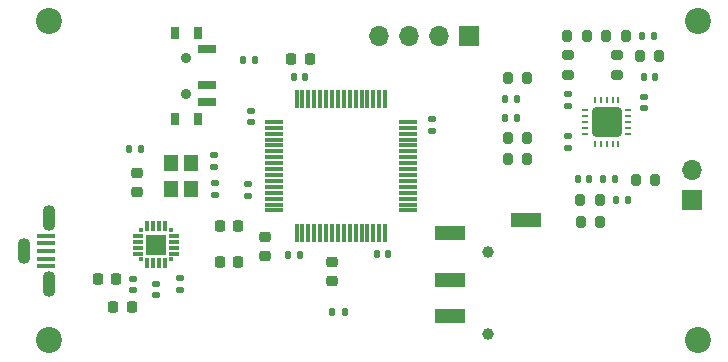
<source format=gbr>
%TF.GenerationSoftware,KiCad,Pcbnew,(6.0.9)*%
%TF.CreationDate,2023-07-19T12:20:02-07:00*%
%TF.ProjectId,pcb,7063622e-6b69-4636-9164-5f7063625858,0.1*%
%TF.SameCoordinates,Original*%
%TF.FileFunction,Soldermask,Top*%
%TF.FilePolarity,Negative*%
%FSLAX46Y46*%
G04 Gerber Fmt 4.6, Leading zero omitted, Abs format (unit mm)*
G04 Created by KiCad (PCBNEW (6.0.9)) date 2023-07-19 12:20:02*
%MOMM*%
%LPD*%
G01*
G04 APERTURE LIST*
G04 Aperture macros list*
%AMRoundRect*
0 Rectangle with rounded corners*
0 $1 Rounding radius*
0 $2 $3 $4 $5 $6 $7 $8 $9 X,Y pos of 4 corners*
0 Add a 4 corners polygon primitive as box body*
4,1,4,$2,$3,$4,$5,$6,$7,$8,$9,$2,$3,0*
0 Add four circle primitives for the rounded corners*
1,1,$1+$1,$2,$3*
1,1,$1+$1,$4,$5*
1,1,$1+$1,$6,$7*
1,1,$1+$1,$8,$9*
0 Add four rect primitives between the rounded corners*
20,1,$1+$1,$2,$3,$4,$5,0*
20,1,$1+$1,$4,$5,$6,$7,0*
20,1,$1+$1,$6,$7,$8,$9,0*
20,1,$1+$1,$8,$9,$2,$3,0*%
G04 Aperture macros list end*
%ADD10RoundRect,0.140000X-0.170000X0.140000X-0.170000X-0.140000X0.170000X-0.140000X0.170000X0.140000X0*%
%ADD11R,0.500000X0.250000*%
%ADD12R,0.250000X0.500000*%
%ADD13RoundRect,0.325000X-0.925000X-0.925000X0.925000X-0.925000X0.925000X0.925000X-0.925000X0.925000X0*%
%ADD14RoundRect,0.200000X-0.200000X-0.275000X0.200000X-0.275000X0.200000X0.275000X-0.200000X0.275000X0*%
%ADD15RoundRect,0.218750X-0.256250X0.218750X-0.256250X-0.218750X0.256250X-0.218750X0.256250X0.218750X0*%
%ADD16R,1.500000X0.450000*%
%ADD17O,1.100000X2.200000*%
%ADD18C,2.200000*%
%ADD19RoundRect,0.140000X-0.140000X-0.170000X0.140000X-0.170000X0.140000X0.170000X-0.140000X0.170000X0*%
%ADD20RoundRect,0.200000X0.200000X0.275000X-0.200000X0.275000X-0.200000X-0.275000X0.200000X-0.275000X0*%
%ADD21RoundRect,0.218750X0.256250X-0.218750X0.256250X0.218750X-0.256250X0.218750X-0.256250X-0.218750X0*%
%ADD22RoundRect,0.225000X0.225000X0.250000X-0.225000X0.250000X-0.225000X-0.250000X0.225000X-0.250000X0*%
%ADD23RoundRect,0.200000X0.275000X-0.200000X0.275000X0.200000X-0.275000X0.200000X-0.275000X-0.200000X0*%
%ADD24RoundRect,0.140000X0.140000X0.170000X-0.140000X0.170000X-0.140000X-0.170000X0.140000X-0.170000X0*%
%ADD25RoundRect,0.140000X0.170000X-0.140000X0.170000X0.140000X-0.170000X0.140000X-0.170000X-0.140000X0*%
%ADD26C,0.900000*%
%ADD27R,1.500000X0.700000*%
%ADD28R,0.800000X1.000000*%
%ADD29RoundRect,0.225000X-0.225000X-0.250000X0.225000X-0.250000X0.225000X0.250000X-0.225000X0.250000X0*%
%ADD30R,1.700000X1.700000*%
%ADD31O,1.700000X1.700000*%
%ADD32RoundRect,0.135000X-0.135000X-0.185000X0.135000X-0.185000X0.135000X0.185000X-0.135000X0.185000X0*%
%ADD33RoundRect,0.135000X0.135000X0.185000X-0.135000X0.185000X-0.135000X-0.185000X0.135000X-0.185000X0*%
%ADD34R,0.300000X0.300000*%
%ADD35R,0.900000X0.300000*%
%ADD36R,0.300000X0.900000*%
%ADD37R,1.800000X1.800000*%
%ADD38RoundRect,0.200000X-0.275000X0.200000X-0.275000X-0.200000X0.275000X-0.200000X0.275000X0.200000X0*%
%ADD39C,1.000000*%
%ADD40R,2.500000X1.200000*%
%ADD41RoundRect,0.135000X0.185000X-0.135000X0.185000X0.135000X-0.185000X0.135000X-0.185000X-0.135000X0*%
%ADD42R,1.200000X1.400000*%
%ADD43RoundRect,0.075000X-0.700000X-0.075000X0.700000X-0.075000X0.700000X0.075000X-0.700000X0.075000X0*%
%ADD44RoundRect,0.075000X-0.075000X-0.700000X0.075000X-0.700000X0.075000X0.700000X-0.075000X0.700000X0*%
G04 APERTURE END LIST*
D10*
%TO.C,C10*%
X98820000Y-29440000D03*
X98820000Y-30400000D03*
%TD*%
D11*
%TO.C,U1*%
X93770000Y-30570000D03*
X93770000Y-31070000D03*
X93770000Y-31570000D03*
X93770000Y-32070000D03*
X93770000Y-32570000D03*
D12*
X94620000Y-33420000D03*
X95120000Y-33420000D03*
X95620000Y-33420000D03*
X96120000Y-33420000D03*
X96620000Y-33420000D03*
D11*
X97470000Y-32570000D03*
X97470000Y-32070000D03*
X97470000Y-31570000D03*
X97470000Y-31070000D03*
X97470000Y-30570000D03*
D12*
X96620000Y-29720000D03*
X96120000Y-29720000D03*
X95620000Y-29720000D03*
X95120000Y-29720000D03*
X94620000Y-29720000D03*
D13*
X95620000Y-31570000D03*
%TD*%
D14*
%TO.C,R15*%
X95570000Y-24270000D03*
X97220000Y-24270000D03*
%TD*%
D15*
%TO.C,FB1*%
X66670000Y-41320000D03*
X66670000Y-42895000D03*
%TD*%
D16*
%TO.C,J4*%
X48180000Y-41210000D03*
X48180000Y-41860000D03*
X48180000Y-42510000D03*
X48180000Y-43160000D03*
X48180000Y-43810000D03*
D17*
X48430000Y-39710000D03*
X48430000Y-45310000D03*
X46280000Y-42510000D03*
%TD*%
D14*
%TO.C,R11*%
X98415000Y-26020000D03*
X100065000Y-26020000D03*
%TD*%
D18*
%TO.C,H4*%
X48370000Y-23070000D03*
%TD*%
D19*
%TO.C,C1*%
X96440000Y-38220000D03*
X97400000Y-38220000D03*
%TD*%
D20*
%TO.C,R3*%
X88920000Y-32970000D03*
X87270000Y-32970000D03*
%TD*%
D10*
%TO.C,C5*%
X62460000Y-36780000D03*
X62460000Y-37740000D03*
%TD*%
D21*
%TO.C,D1*%
X72370000Y-45007500D03*
X72370000Y-43432500D03*
%TD*%
D22*
%TO.C,C19*%
X54075000Y-44860000D03*
X52525000Y-44860000D03*
%TD*%
D23*
%TO.C,R14*%
X92320000Y-27570000D03*
X92320000Y-25920000D03*
%TD*%
D24*
%TO.C,C14*%
X77130000Y-42770000D03*
X76170000Y-42770000D03*
%TD*%
D18*
%TO.C,H1*%
X48370000Y-50070000D03*
%TD*%
D25*
%TO.C,C16*%
X65220000Y-37820000D03*
X65220000Y-36860000D03*
%TD*%
D24*
%TO.C,C12*%
X99750000Y-27770000D03*
X98790000Y-27770000D03*
%TD*%
D26*
%TO.C,SW1*%
X60020000Y-26170000D03*
X60020000Y-29170000D03*
D27*
X61770000Y-25420000D03*
X61770000Y-28420000D03*
X61770000Y-29920000D03*
D28*
X60985000Y-24020000D03*
X59055000Y-24020000D03*
X59055000Y-31320000D03*
X60985000Y-31320000D03*
%TD*%
D25*
%TO.C,C6*%
X92320000Y-30200000D03*
X92320000Y-29240000D03*
%TD*%
D20*
%TO.C,R1*%
X88895000Y-27870000D03*
X87245000Y-27870000D03*
%TD*%
D29*
%TO.C,C7*%
X68920000Y-26220000D03*
X70470000Y-26220000D03*
%TD*%
D14*
%TO.C,R13*%
X92295000Y-24270000D03*
X93945000Y-24270000D03*
%TD*%
D20*
%TO.C,R7*%
X88895000Y-34720000D03*
X87245000Y-34720000D03*
%TD*%
D19*
%TO.C,C3*%
X93170000Y-36370000D03*
X94130000Y-36370000D03*
%TD*%
D18*
%TO.C,H2*%
X103370000Y-50070000D03*
%TD*%
D25*
%TO.C,C9*%
X65470000Y-31570000D03*
X65470000Y-30610000D03*
%TD*%
D30*
%TO.C,J2*%
X102830000Y-38220000D03*
D31*
X102830000Y-35680000D03*
%TD*%
D24*
%TO.C,C15*%
X99600000Y-24270000D03*
X98640000Y-24270000D03*
%TD*%
D25*
%TO.C,C2*%
X62370000Y-35370000D03*
X62370000Y-34410000D03*
%TD*%
D32*
%TO.C,R12*%
X64860000Y-26370000D03*
X65880000Y-26370000D03*
%TD*%
D22*
%TO.C,C17*%
X64420000Y-40370000D03*
X62870000Y-40370000D03*
%TD*%
D33*
%TO.C,R6*%
X88070000Y-31220000D03*
X87050000Y-31220000D03*
%TD*%
D14*
%TO.C,R4*%
X93395000Y-38170000D03*
X95045000Y-38170000D03*
%TD*%
D33*
%TO.C,R5*%
X88040000Y-29620000D03*
X87020000Y-29620000D03*
%TD*%
D32*
%TO.C,R8*%
X95320000Y-36370000D03*
X96340000Y-36370000D03*
%TD*%
D34*
%TO.C,U3*%
X56220000Y-40720000D03*
D35*
X55920000Y-41220000D03*
X55920000Y-41720000D03*
X55920000Y-42220000D03*
X55920000Y-42720000D03*
D34*
X56220000Y-43220000D03*
D36*
X56720000Y-43520000D03*
X57220000Y-43520000D03*
X57720000Y-43520000D03*
X58220000Y-43520000D03*
D34*
X58720000Y-43220000D03*
D35*
X59020000Y-42720000D03*
X59020000Y-42220000D03*
X59020000Y-41720000D03*
X59020000Y-41220000D03*
D34*
X58720000Y-40720000D03*
D36*
X58220000Y-40420000D03*
X57720000Y-40420000D03*
X57220000Y-40420000D03*
X56720000Y-40420000D03*
D37*
X57470000Y-41970000D03*
%TD*%
D38*
%TO.C,R10*%
X96470000Y-25920000D03*
X96470000Y-27570000D03*
%TD*%
D39*
%TO.C,J1*%
X85570000Y-42570000D03*
X85570000Y-49570000D03*
D40*
X88820000Y-39870000D03*
X82320000Y-40970000D03*
X82320000Y-44970000D03*
X82320000Y-47970000D03*
%TD*%
D15*
%TO.C,D2*%
X55870000Y-35895000D03*
X55870000Y-37470000D03*
%TD*%
D14*
%TO.C,R9*%
X98085000Y-36500000D03*
X99735000Y-36500000D03*
%TD*%
D19*
%TO.C,C8*%
X68670000Y-42810000D03*
X69630000Y-42810000D03*
%TD*%
D32*
%TO.C,R16*%
X72410000Y-47680000D03*
X73430000Y-47680000D03*
%TD*%
D10*
%TO.C,C20*%
X55550000Y-44850000D03*
X55550000Y-45810000D03*
%TD*%
D22*
%TO.C,C22*%
X55420000Y-47270000D03*
X53870000Y-47270000D03*
%TD*%
D41*
%TO.C,R18*%
X59470000Y-45800000D03*
X59470000Y-44780000D03*
%TD*%
D30*
%TO.C,J3*%
X83970000Y-24320000D03*
D31*
X81430000Y-24320000D03*
X78890000Y-24320000D03*
X76350000Y-24320000D03*
%TD*%
D42*
%TO.C,Y1*%
X58770000Y-35020000D03*
X58770000Y-37220000D03*
X60470000Y-37220000D03*
X60470000Y-35020000D03*
%TD*%
D29*
%TO.C,C18*%
X62870000Y-43470000D03*
X64420000Y-43470000D03*
%TD*%
D19*
%TO.C,C13*%
X69160000Y-27770000D03*
X70120000Y-27770000D03*
%TD*%
D10*
%TO.C,C21*%
X57490000Y-45260000D03*
X57490000Y-46220000D03*
%TD*%
%TO.C,C11*%
X80870000Y-31360000D03*
X80870000Y-32320000D03*
%TD*%
D18*
%TO.C,H3*%
X103370000Y-23070000D03*
%TD*%
D33*
%TO.C,R17*%
X56170000Y-33870000D03*
X55150000Y-33870000D03*
%TD*%
D43*
%TO.C,U2*%
X67445000Y-31570000D03*
X67445000Y-32070000D03*
X67445000Y-32570000D03*
X67445000Y-33070000D03*
X67445000Y-33570000D03*
X67445000Y-34070000D03*
X67445000Y-34570000D03*
X67445000Y-35070000D03*
X67445000Y-35570000D03*
X67445000Y-36070000D03*
X67445000Y-36570000D03*
X67445000Y-37070000D03*
X67445000Y-37570000D03*
X67445000Y-38070000D03*
X67445000Y-38570000D03*
X67445000Y-39070000D03*
D44*
X69370000Y-40995000D03*
X69870000Y-40995000D03*
X70370000Y-40995000D03*
X70870000Y-40995000D03*
X71370000Y-40995000D03*
X71870000Y-40995000D03*
X72370000Y-40995000D03*
X72870000Y-40995000D03*
X73370000Y-40995000D03*
X73870000Y-40995000D03*
X74370000Y-40995000D03*
X74870000Y-40995000D03*
X75370000Y-40995000D03*
X75870000Y-40995000D03*
X76370000Y-40995000D03*
X76870000Y-40995000D03*
D43*
X78795000Y-39070000D03*
X78795000Y-38570000D03*
X78795000Y-38070000D03*
X78795000Y-37570000D03*
X78795000Y-37070000D03*
X78795000Y-36570000D03*
X78795000Y-36070000D03*
X78795000Y-35570000D03*
X78795000Y-35070000D03*
X78795000Y-34570000D03*
X78795000Y-34070000D03*
X78795000Y-33570000D03*
X78795000Y-33070000D03*
X78795000Y-32570000D03*
X78795000Y-32070000D03*
X78795000Y-31570000D03*
D44*
X76870000Y-29645000D03*
X76370000Y-29645000D03*
X75870000Y-29645000D03*
X75370000Y-29645000D03*
X74870000Y-29645000D03*
X74370000Y-29645000D03*
X73870000Y-29645000D03*
X73370000Y-29645000D03*
X72870000Y-29645000D03*
X72370000Y-29645000D03*
X71870000Y-29645000D03*
X71370000Y-29645000D03*
X70870000Y-29645000D03*
X70370000Y-29645000D03*
X69870000Y-29645000D03*
X69370000Y-29645000D03*
%TD*%
D10*
%TO.C,C4*%
X92370000Y-32790000D03*
X92370000Y-33750000D03*
%TD*%
D20*
%TO.C,R2*%
X95070000Y-40020000D03*
X93420000Y-40020000D03*
%TD*%
M02*

</source>
